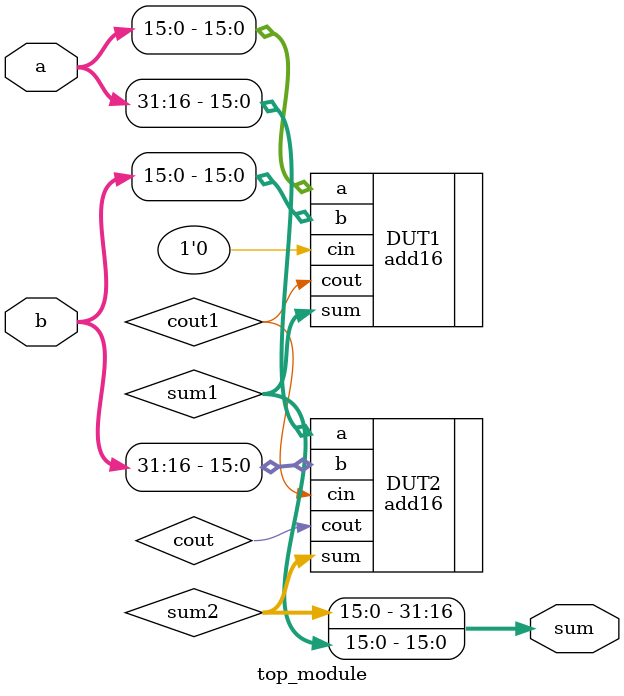
<source format=v>
module top_module(
    input [31:0] a,
    input [31:0] b,
    output [31:0] sum
);
    wire cout1,cout;
    wire [15:0]sum1,sum2;
    
    add16 DUT1 (.a(a[15:0]),.b(b[15:0]),.cin(1'b0),.sum(sum1),.cout(cout1));
	add16 DUT2 (.a(a[31:16]),.b(b[31:16]),.cin(cout1),.sum(sum2),.cout(cout));
                                                           
    assign sum = {sum2,sum1};
endmodule
</source>
